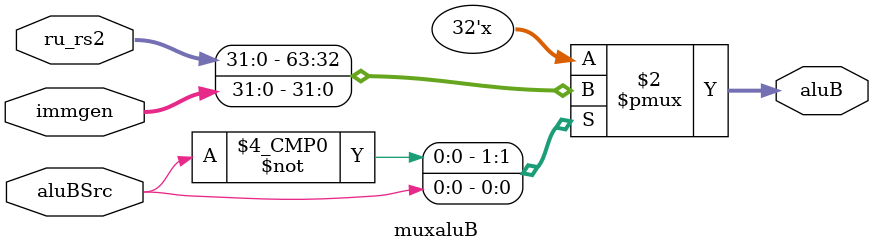
<source format=sv>
/*
mux para seleccionar la primera entrada B de la ALU
inputs:
- 32 bits del immgen
- 32 bits de la RU[rs2]
outputs:
- 32 bits de la entrada B seleccionada
control:
- 1 bit para seleccionar entre immgen o RU[rs2] ALUBSrc de la CU
*/

module muxaluB (
    input logic [31:0] immgen,
    input logic [31:0] ru_rs2,
    input logic aluBSrc,
    output logic [31:0] aluB
);

    always_comb begin
        case (aluBSrc)
            1'b0: aluB = ru_rs2; // Selecciona RU[rs2]
            1'b1: aluB = immgen; // Selecciona immgen
            default: aluB = 32'b0; // Valor por defecto (no debería ocurrir)
        endcase
    end
endmodule
</source>
